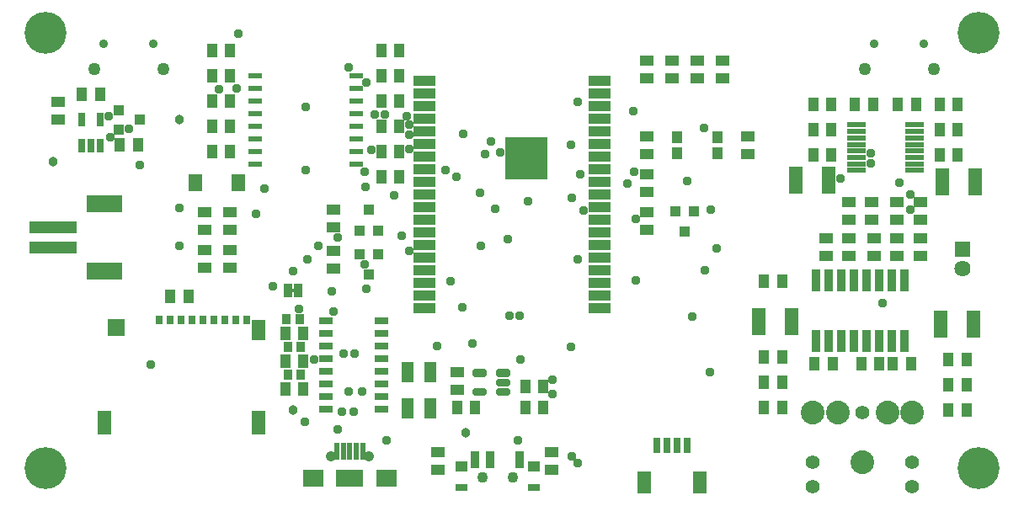
<source format=gbr>
G04 EAGLE Gerber RS-274X export*
G75*
%MOMM*%
%FSLAX34Y34*%
%LPD*%
%INSoldermask Bottom*%
%IPPOS*%
%AMOC8*
5,1,8,0,0,1.08239X$1,22.5*%
G01*
%ADD10C,1.403200*%
%ADD11C,1.103200*%
%ADD12C,1.053200*%
%ADD13R,2.203200X1.103200*%
%ADD14R,4.203200X4.203200*%
%ADD15R,1.403200X1.003200*%
%ADD16R,1.003200X1.403200*%
%ADD17R,1.473200X1.673200*%
%ADD18R,4.803200X1.203200*%
%ADD19R,3.603200X1.803200*%
%ADD20R,1.103200X1.003200*%
%ADD21R,0.903200X1.703200*%
%ADD22R,1.203200X0.803200*%
%ADD23R,1.203200X1.003200*%
%ADD24R,1.003200X1.103200*%
%ADD25R,0.703200X0.953200*%
%ADD26R,1.403200X2.003200*%
%ADD27R,1.403200X2.403200*%
%ADD28R,1.803200X1.703200*%
%ADD29R,1.403200X0.803200*%
%ADD30R,0.753200X1.403200*%
%ADD31R,0.838200X1.473200*%
%ADD32R,1.103200X1.203200*%
%ADD33R,1.953200X0.603200*%
%ADD34R,1.403200X2.703200*%
%ADD35C,4.219200*%
%ADD36C,2.387600*%
%ADD37C,0.889000*%
%ADD38C,1.270000*%
%ADD39R,0.863600X2.235200*%
%ADD40R,1.473200X0.622300*%
%ADD41C,0.474516*%
%ADD42C,0.965200*%
%ADD43R,1.303200X2.103200*%
%ADD44R,0.603200X1.653200*%
%ADD45R,2.000000X1.700000*%
%ADD46R,2.700000X1.700000*%
%ADD47R,1.403200X2.203200*%
%ADD48R,0.803200X1.553200*%
%ADD49R,1.625600X1.625600*%
%ADD50C,1.625600*%
%ADD51R,0.903200X1.103200*%
%ADD52C,0.959600*%

G36*
X281370Y207657D02*
X281370Y207657D01*
X281436Y207659D01*
X281479Y207677D01*
X281526Y207685D01*
X281583Y207719D01*
X281643Y207744D01*
X281678Y207775D01*
X281719Y207800D01*
X281761Y207851D01*
X281809Y207895D01*
X281831Y207937D01*
X281860Y207974D01*
X281881Y208036D01*
X281912Y208095D01*
X281920Y208149D01*
X281932Y208186D01*
X281931Y208226D01*
X281939Y208280D01*
X281939Y210820D01*
X281928Y210885D01*
X281926Y210951D01*
X281908Y210994D01*
X281900Y211041D01*
X281866Y211098D01*
X281841Y211158D01*
X281810Y211193D01*
X281785Y211234D01*
X281734Y211276D01*
X281690Y211324D01*
X281648Y211346D01*
X281611Y211375D01*
X281549Y211396D01*
X281490Y211427D01*
X281436Y211435D01*
X281399Y211447D01*
X281359Y211446D01*
X281305Y211454D01*
X277495Y211454D01*
X277430Y211443D01*
X277364Y211441D01*
X277321Y211423D01*
X277274Y211415D01*
X277217Y211381D01*
X277157Y211356D01*
X277122Y211325D01*
X277081Y211300D01*
X277040Y211249D01*
X276991Y211205D01*
X276969Y211163D01*
X276940Y211126D01*
X276919Y211064D01*
X276888Y211005D01*
X276880Y210951D01*
X276868Y210914D01*
X276868Y210911D01*
X276869Y210874D01*
X276861Y210820D01*
X276861Y208280D01*
X276872Y208215D01*
X276874Y208149D01*
X276892Y208106D01*
X276900Y208059D01*
X276934Y208002D01*
X276959Y207942D01*
X276990Y207907D01*
X277015Y207866D01*
X277066Y207825D01*
X277110Y207776D01*
X277152Y207754D01*
X277189Y207725D01*
X277251Y207704D01*
X277310Y207673D01*
X277364Y207665D01*
X277401Y207653D01*
X277441Y207654D01*
X277495Y207646D01*
X281305Y207646D01*
X281370Y207657D01*
G37*
D10*
X902170Y36830D03*
X902170Y11830D03*
X802170Y11830D03*
X802170Y36830D03*
X852170Y86830D03*
D11*
X500140Y21590D03*
X470140Y21590D03*
D12*
X355550Y42320D03*
X317550Y42320D03*
D13*
X588100Y420420D03*
X588100Y407720D03*
X588100Y395020D03*
X588100Y382320D03*
X588100Y369620D03*
X588100Y356920D03*
X588100Y344220D03*
X588100Y331520D03*
X588100Y318820D03*
X588100Y306120D03*
X588100Y293420D03*
X588100Y280720D03*
X588100Y268020D03*
X588100Y255320D03*
X588100Y242620D03*
X588100Y229920D03*
X588100Y217220D03*
X588100Y204520D03*
X588100Y191820D03*
X411900Y191820D03*
X411900Y204520D03*
X411900Y217220D03*
X411900Y229920D03*
X411900Y242620D03*
X411900Y255320D03*
X411900Y268020D03*
X411900Y280720D03*
X411900Y293420D03*
X411900Y306120D03*
X411900Y318820D03*
X411900Y331520D03*
X411900Y344220D03*
X411900Y356920D03*
X411900Y369620D03*
X411900Y382320D03*
X411900Y395020D03*
X411900Y407720D03*
X411900Y420420D03*
D14*
X513800Y342520D03*
D15*
X635000Y440800D03*
X635000Y422800D03*
X660400Y440800D03*
X660400Y422800D03*
X736600Y346600D03*
X736600Y364600D03*
D16*
X85200Y406400D03*
X67200Y406400D03*
D15*
X43180Y380890D03*
X43180Y398890D03*
X215900Y288400D03*
X215900Y270400D03*
X215900Y250300D03*
X215900Y232300D03*
D17*
X224700Y317500D03*
X181700Y317500D03*
D18*
X37930Y252890D03*
X37930Y272890D03*
D19*
X89930Y228890D03*
X89930Y296890D03*
D20*
X104300Y371500D03*
X104300Y390500D03*
X125300Y381000D03*
D15*
X685800Y422800D03*
X685800Y440800D03*
X320040Y290940D03*
X320040Y272940D03*
D16*
X271670Y110490D03*
X289670Y110490D03*
X271670Y138430D03*
X289670Y138430D03*
X271670Y166370D03*
X289670Y166370D03*
D15*
X190500Y288400D03*
X190500Y270400D03*
X190500Y250300D03*
X190500Y232300D03*
X425450Y29100D03*
X425450Y47100D03*
D16*
X123300Y355600D03*
X105300Y355600D03*
D15*
X635000Y288400D03*
X635000Y270400D03*
X635000Y308500D03*
X635000Y326500D03*
X320040Y231030D03*
X320040Y249030D03*
D21*
X462640Y39090D03*
X477640Y39090D03*
X507640Y39090D03*
D22*
X448640Y11590D03*
D23*
X448640Y32590D03*
D22*
X521640Y11590D03*
D23*
X521640Y32590D03*
D11*
X470140Y21590D03*
X500140Y21590D03*
D24*
X663600Y289400D03*
X682600Y289400D03*
X673100Y268400D03*
X346100Y246220D03*
X365100Y246220D03*
X355600Y225220D03*
X365100Y269400D03*
X346100Y269400D03*
X355600Y290400D03*
D25*
X233050Y180050D03*
X222050Y180050D03*
X211050Y180050D03*
X200050Y180050D03*
X189050Y180050D03*
X178050Y180050D03*
X167050Y180050D03*
X156050Y180050D03*
X145050Y180050D03*
D26*
X245050Y169800D03*
D27*
X245050Y76800D03*
D28*
X101800Y172300D03*
D27*
X90050Y76800D03*
D29*
X368360Y179070D03*
X368360Y166370D03*
X368360Y153670D03*
X368360Y140970D03*
X368360Y128270D03*
X368360Y115570D03*
X368360Y102870D03*
X368360Y90170D03*
X312360Y90170D03*
X312360Y102870D03*
X312360Y115570D03*
X312360Y128270D03*
X312360Y140970D03*
X312360Y153670D03*
X312360Y166370D03*
X312360Y179070D03*
D30*
X85700Y355299D03*
X76200Y355299D03*
X66700Y355299D03*
X66700Y381301D03*
X85700Y381301D03*
D31*
X274320Y209550D03*
X284480Y209550D03*
D32*
X665300Y363600D03*
X665300Y347600D03*
X706300Y347600D03*
X706300Y363600D03*
D16*
X198010Y400050D03*
X216010Y400050D03*
X198010Y425450D03*
X216010Y425450D03*
X386190Y450850D03*
X368190Y450850D03*
X386190Y425450D03*
X368190Y425450D03*
X198010Y349250D03*
X216010Y349250D03*
X198010Y374650D03*
X216010Y374650D03*
X386190Y400050D03*
X368190Y400050D03*
X386190Y374650D03*
X368190Y374650D03*
X386190Y349250D03*
X368190Y349250D03*
X386190Y323850D03*
X368190Y323850D03*
D33*
X845830Y330310D03*
X845830Y336810D03*
X845830Y343310D03*
X845830Y349810D03*
X845830Y356310D03*
X845830Y362810D03*
X845830Y369310D03*
X845830Y375810D03*
X904230Y375810D03*
X904230Y369310D03*
X904230Y362810D03*
X904230Y356310D03*
X904230Y349810D03*
X904230Y343310D03*
X904230Y336810D03*
X904230Y330310D03*
D34*
X930920Y175260D03*
X963920Y175260D03*
X748040Y177800D03*
X781040Y177800D03*
X784870Y320040D03*
X817870Y320040D03*
X965190Y318770D03*
X932190Y318770D03*
D15*
X910590Y280560D03*
X910590Y298560D03*
X838200Y280560D03*
X838200Y298560D03*
D16*
X956420Y88900D03*
X938420Y88900D03*
X753000Y91440D03*
X771000Y91440D03*
X938420Y114300D03*
X956420Y114300D03*
X753000Y116840D03*
X771000Y116840D03*
X956420Y139700D03*
X938420Y139700D03*
X771000Y142240D03*
X753000Y142240D03*
D15*
X886460Y298560D03*
X886460Y280560D03*
X861060Y298560D03*
X861060Y280560D03*
D16*
X802530Y345440D03*
X820530Y345440D03*
X802530Y370840D03*
X820530Y370840D03*
X947530Y345440D03*
X929530Y345440D03*
X802530Y396240D03*
X820530Y396240D03*
X947530Y396240D03*
X929530Y396240D03*
X947530Y370840D03*
X929530Y370840D03*
X905620Y396240D03*
X887620Y396240D03*
X844440Y396240D03*
X862440Y396240D03*
D35*
X30480Y30480D03*
X30480Y468630D03*
X969010Y468630D03*
X969010Y30480D03*
D36*
X852170Y36830D03*
X877170Y86830D03*
X902170Y86830D03*
X827170Y86830D03*
X802170Y86830D03*
D10*
X902170Y36830D03*
X902170Y11830D03*
X802170Y11830D03*
X802170Y36830D03*
X852170Y86830D03*
D37*
X139300Y457200D03*
X89300Y457200D03*
D38*
X79300Y432200D03*
X149300Y432200D03*
D37*
X914000Y457200D03*
X864000Y457200D03*
D38*
X854000Y432200D03*
X924000Y432200D03*
D16*
X198010Y450850D03*
X216010Y450850D03*
D15*
X635000Y364600D03*
X635000Y346600D03*
X711200Y440800D03*
X711200Y422800D03*
D39*
X894080Y158496D03*
X894080Y219964D03*
X881380Y158496D03*
X868680Y158496D03*
X881380Y219964D03*
X868680Y219964D03*
X855980Y158496D03*
X855980Y219964D03*
X843280Y158496D03*
X843280Y219964D03*
X830580Y158496D03*
X817880Y158496D03*
X830580Y219964D03*
X817880Y219964D03*
X805180Y158496D03*
X805180Y219964D03*
D40*
X241300Y336550D03*
X241300Y349250D03*
X241300Y361950D03*
X241300Y374650D03*
X241300Y387350D03*
X241300Y400050D03*
X241300Y412750D03*
X241300Y425450D03*
X342900Y425450D03*
X342900Y412750D03*
X342900Y400050D03*
X342900Y387350D03*
X342900Y374650D03*
X342900Y361950D03*
X342900Y349250D03*
X342900Y336550D03*
D41*
X485796Y127734D02*
X495484Y127734D01*
X495484Y124946D01*
X485796Y124946D01*
X485796Y127734D01*
X485796Y118234D02*
X495484Y118234D01*
X495484Y115446D01*
X485796Y115446D01*
X485796Y118234D01*
X485796Y108734D02*
X495484Y108734D01*
X495484Y105946D01*
X485796Y105946D01*
X485796Y108734D01*
X471784Y105946D02*
X462096Y105946D01*
X462096Y108734D01*
X471784Y108734D01*
X471784Y105946D01*
X471784Y124946D02*
X462096Y124946D01*
X462096Y127734D01*
X471784Y127734D01*
X471784Y124946D01*
D16*
X444390Y91440D03*
X462390Y91440D03*
D15*
X444500Y109110D03*
X444500Y127110D03*
D42*
X453390Y66040D03*
X38100Y339090D03*
X165100Y381000D03*
X279400Y88900D03*
D15*
X539750Y29100D03*
X539750Y47100D03*
D43*
X394900Y90720D03*
X417900Y127720D03*
X417900Y90720D03*
X394900Y127720D03*
D16*
X174100Y203200D03*
X156100Y203200D03*
D44*
X336550Y47570D03*
X343050Y47570D03*
X349550Y47570D03*
X330050Y47570D03*
X323550Y47570D03*
D12*
X355550Y42320D03*
X317550Y42320D03*
D45*
X373390Y20320D03*
X299710Y20320D03*
D46*
X336550Y20320D03*
D16*
X753000Y218440D03*
X771000Y218440D03*
D47*
X688400Y16590D03*
X632400Y16590D03*
D48*
X675400Y53340D03*
X665400Y53340D03*
X655400Y53340D03*
X645400Y53340D03*
D16*
X512970Y91440D03*
X530970Y91440D03*
X512970Y113030D03*
X530970Y113030D03*
D15*
X910590Y261730D03*
X910590Y243730D03*
X886460Y261730D03*
X886460Y243730D03*
X863600Y261730D03*
X863600Y243730D03*
X838200Y261730D03*
X838200Y243730D03*
X815340Y261730D03*
X815340Y243730D03*
D49*
X952500Y251300D03*
D50*
X952500Y231300D03*
D16*
X803800Y135890D03*
X821800Y135890D03*
X868790Y135890D03*
X850790Y135890D03*
X882540Y135890D03*
X900540Y135890D03*
D51*
X285900Y180340D03*
X272900Y180340D03*
X287020Y152400D03*
X274020Y152400D03*
X287020Y124460D03*
X274020Y124460D03*
D52*
X320548Y187960D03*
X293624Y240792D03*
X396240Y365760D03*
X396240Y351536D03*
X699516Y291084D03*
X565404Y399034D03*
X621792Y389636D03*
X705612Y251460D03*
X450850Y366776D03*
X341376Y146304D03*
X396240Y248920D03*
X467360Y307340D03*
X692912Y372872D03*
X693420Y229870D03*
X165100Y292100D03*
X259080Y213360D03*
X318770Y208280D03*
X292100Y393700D03*
X508000Y139700D03*
X558800Y355600D03*
X889000Y317500D03*
X698500Y127000D03*
X872490Y196850D03*
X125730Y335280D03*
X438150Y218440D03*
X165100Y254000D03*
X292100Y330200D03*
X558800Y152400D03*
X353060Y210820D03*
X381000Y304800D03*
X472694Y346202D03*
X352552Y313182D03*
X136144Y135128D03*
X304800Y254000D03*
X279400Y228600D03*
X285496Y191008D03*
X330200Y146304D03*
X443992Y323850D03*
X623824Y219456D03*
X506984Y183896D03*
X300736Y140208D03*
X432816Y330454D03*
X496824Y183896D03*
X358648Y350520D03*
X394208Y385064D03*
X572008Y289560D03*
X860552Y337312D03*
X622808Y329184D03*
X423926Y153416D03*
X460248Y156464D03*
X495300Y261112D03*
X482600Y291846D03*
X487680Y348488D03*
X396240Y375920D03*
X860552Y347472D03*
X615696Y316992D03*
X623824Y281432D03*
X324104Y263144D03*
X351536Y235712D03*
X340360Y87630D03*
X349250Y107950D03*
X335280Y107442D03*
X328930Y87122D03*
X324358Y69342D03*
X373888Y58928D03*
X450088Y192278D03*
X242316Y286512D03*
X205232Y411480D03*
X222504Y412496D03*
X335280Y433832D03*
X353568Y418592D03*
X250698Y312166D03*
X361696Y386080D03*
X371856Y386080D03*
X675640Y319786D03*
X830072Y322072D03*
X389128Y264160D03*
X900176Y305816D03*
X900176Y290576D03*
X224282Y467614D03*
X478536Y359664D03*
X351536Y329184D03*
X560070Y302768D03*
X568198Y326390D03*
X468376Y254000D03*
X680720Y182880D03*
X516128Y299212D03*
X565912Y240792D03*
X540512Y105664D03*
X540512Y119888D03*
X565912Y35560D03*
X94488Y385064D03*
X95504Y363728D03*
X114808Y371856D03*
X505714Y58674D03*
X559816Y42672D03*
X291338Y77470D03*
M02*

</source>
